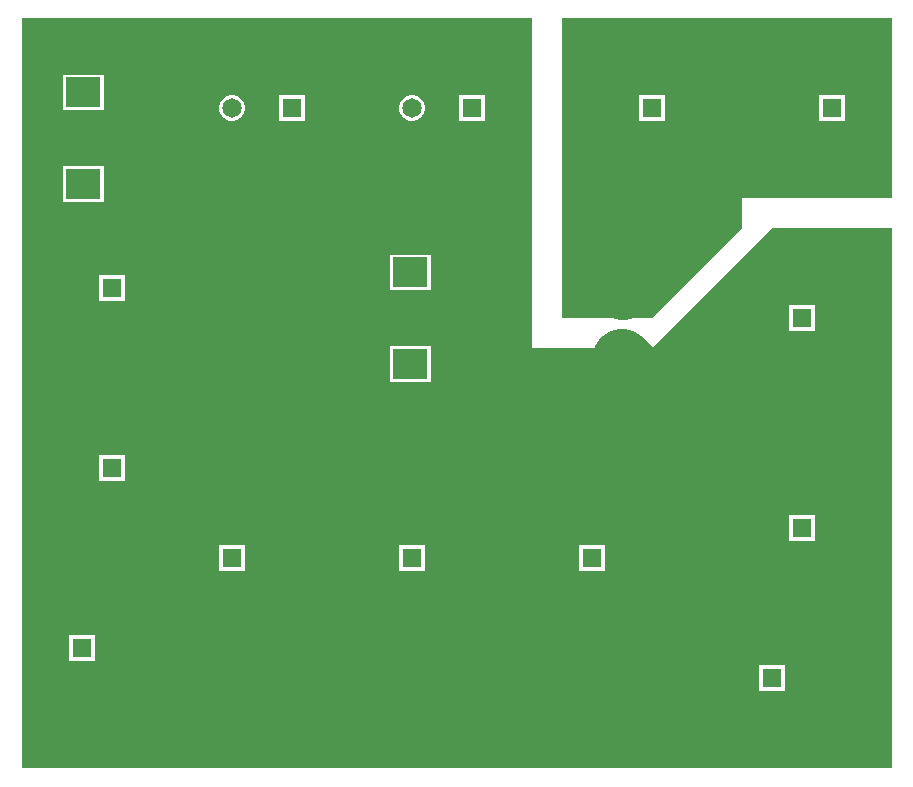
<source format=gbl>
G04*
G04 #@! TF.GenerationSoftware,Altium Limited,Altium Designer,24.3.1 (35)*
G04*
G04 Layer_Physical_Order=2*
G04 Layer_Color=16711680*
%FSLAX44Y44*%
%MOMM*%
G71*
G04*
G04 #@! TF.SameCoordinates,8F163816-7A31-40B1-8D5E-A3095961BFF6*
G04*
G04*
G04 #@! TF.FilePolarity,Positive*
G04*
G01*
G75*
%ADD22C,5.0800*%
%ADD24C,1.6500*%
%ADD25R,1.6500X1.6500*%
%ADD26R,1.6500X1.6500*%
%ADD27C,3.0000*%
%ADD28R,3.0000X3.0000*%
%ADD29R,3.0000X2.5000*%
%ADD30O,3.0000X2.5000*%
G36*
X1778000Y1117600D02*
X1651000D01*
Y1092200D01*
X1574800Y1016000D01*
X1498600D01*
Y1270000D01*
X1778000D01*
Y1117600D01*
D02*
G37*
G36*
X1473200Y990600D02*
X1574800D01*
X1676400Y1092200D01*
X1778000D01*
Y635000D01*
X1041400D01*
Y1270000D01*
X1473200D01*
Y990600D01*
D02*
G37*
%LPC*%
G36*
X1737990Y1204590D02*
X1716410D01*
Y1183010D01*
X1737990D01*
Y1204590D01*
D02*
G37*
G36*
X1585590D02*
X1564010D01*
Y1183010D01*
X1585590D01*
Y1204590D01*
D02*
G37*
G36*
X1111010Y1222175D02*
X1075930D01*
Y1192095D01*
X1111010D01*
Y1222175D01*
D02*
G37*
G36*
X1433190Y1204590D02*
X1411610D01*
Y1183010D01*
X1433190D01*
Y1204590D01*
D02*
G37*
G36*
X1373020D02*
X1370179D01*
X1367435Y1203855D01*
X1364975Y1202434D01*
X1362966Y1200425D01*
X1361545Y1197965D01*
X1360810Y1195220D01*
Y1192380D01*
X1361545Y1189635D01*
X1362966Y1187175D01*
X1364975Y1185166D01*
X1367435Y1183745D01*
X1370179Y1183010D01*
X1373020D01*
X1375765Y1183745D01*
X1378225Y1185166D01*
X1380234Y1187175D01*
X1381655Y1189635D01*
X1382390Y1192380D01*
Y1195220D01*
X1381655Y1197965D01*
X1380234Y1200425D01*
X1378225Y1202434D01*
X1375765Y1203855D01*
X1373020Y1204590D01*
D02*
G37*
G36*
X1280790D02*
X1259210D01*
Y1183010D01*
X1280790D01*
Y1204590D01*
D02*
G37*
G36*
X1220620D02*
X1217779D01*
X1215035Y1203855D01*
X1212575Y1202434D01*
X1210566Y1200425D01*
X1209145Y1197965D01*
X1208410Y1195220D01*
Y1192380D01*
X1209145Y1189635D01*
X1210566Y1187175D01*
X1212575Y1185166D01*
X1215035Y1183745D01*
X1217779Y1183010D01*
X1220620D01*
X1223365Y1183745D01*
X1225825Y1185166D01*
X1227834Y1187175D01*
X1229255Y1189635D01*
X1229990Y1192380D01*
Y1195220D01*
X1229255Y1197965D01*
X1227834Y1200425D01*
X1225825Y1202434D01*
X1223365Y1203855D01*
X1220620Y1204590D01*
D02*
G37*
G36*
X1111010Y1144705D02*
X1075930D01*
Y1114625D01*
X1111010D01*
Y1144705D01*
D02*
G37*
G36*
X1387870Y1069775D02*
X1352790D01*
Y1039695D01*
X1387870D01*
Y1069775D01*
D02*
G37*
G36*
X1128390Y1052190D02*
X1106810D01*
Y1030610D01*
X1128390D01*
Y1052190D01*
D02*
G37*
G36*
X1712590Y1026790D02*
X1691010D01*
Y1005210D01*
X1712590D01*
Y1026790D01*
D02*
G37*
G36*
X1387870Y992305D02*
X1352790D01*
Y962225D01*
X1387870D01*
Y992305D01*
D02*
G37*
G36*
X1128390Y899790D02*
X1106810D01*
Y878210D01*
X1128390D01*
Y899790D01*
D02*
G37*
G36*
X1712590Y848990D02*
X1691010D01*
Y827410D01*
X1712590D01*
Y848990D01*
D02*
G37*
G36*
X1534790Y823590D02*
X1513210D01*
Y802010D01*
X1534790D01*
Y823590D01*
D02*
G37*
G36*
X1382390D02*
X1360810D01*
Y802010D01*
X1382390D01*
Y823590D01*
D02*
G37*
G36*
X1229990D02*
X1208410D01*
Y802010D01*
X1229990D01*
Y823590D01*
D02*
G37*
G36*
X1102990Y747390D02*
X1081410D01*
Y725810D01*
X1102990D01*
Y747390D01*
D02*
G37*
G36*
X1687190Y721990D02*
X1665610D01*
Y700410D01*
X1687190D01*
Y721990D01*
D02*
G37*
%LPD*%
D22*
X1574800Y791758D02*
Y812800D01*
X1556004Y963168D02*
X1574800Y944372D01*
X1549400Y981710D02*
X1556004Y975106D01*
Y963168D02*
Y975106D01*
X1574800Y812800D02*
Y944372D01*
X1621028Y990600D01*
X1651000D01*
Y1022350D01*
X1695450Y1066800D02*
X1701800D01*
X1651000Y1022350D02*
X1695450Y1066800D01*
X1550035Y1040130D02*
X1625600Y1115695D01*
Y1244600D01*
X1559921Y776879D02*
X1574800D01*
X1651000Y939800D02*
Y990600D01*
Y939800D02*
X1701800Y889000D01*
X1651000Y859242D02*
X1680758Y889000D01*
X1651000Y812800D02*
Y859242D01*
X1680758Y889000D02*
X1701800D01*
X1651000Y812800D02*
X1727200Y736600D01*
X1545042Y762000D02*
X1559921Y776879D01*
X1727200Y711200D02*
Y736600D01*
X1473200Y762000D02*
X1545042D01*
X1422400Y812800D02*
X1473200Y762000D01*
X1422400Y812800D02*
Y833842D01*
X1392642Y863600D02*
X1422400Y833842D01*
X1320800Y863600D02*
X1392642D01*
X1270000Y812800D02*
X1320800Y863600D01*
Y1054100D02*
X1322070Y1055370D01*
X1320800Y976630D02*
Y1054100D01*
X1270000Y812800D02*
Y925830D01*
X1320800Y976630D01*
X1219200Y736600D02*
X1270000Y787400D01*
Y812800D01*
X1143000Y736600D02*
X1219200D01*
X1143000D02*
Y787400D01*
X1117600Y812800D02*
Y838200D01*
Y812800D02*
X1143000Y787400D01*
X1092200Y838200D02*
X1117600D01*
X1066800Y863600D02*
X1092200Y838200D01*
X1066800Y863600D02*
Y939800D01*
X1117600Y990600D01*
X1138642D01*
X1168400Y1020358D01*
Y1102360D01*
X1141730Y1129030D02*
X1168400Y1102360D01*
X1141730Y1129030D02*
X1143000Y1130300D01*
Y1207770D01*
X1625600Y1244600D02*
X1651000D01*
X1549400D02*
X1625600D01*
X1651000D02*
X1676400Y1219200D01*
Y1193800D02*
Y1219200D01*
X1524000Y1193800D02*
Y1219200D01*
X1549400Y1244600D01*
D24*
X1371600Y1193800D02*
D03*
X1219200D02*
D03*
X1524000D02*
D03*
X1676400D02*
D03*
X1117600Y990600D02*
D03*
Y838200D02*
D03*
X1270000Y812800D02*
D03*
X1422400D02*
D03*
X1143000Y736600D02*
D03*
X1574800Y812800D02*
D03*
X1727200Y711200D02*
D03*
X1701800Y889000D02*
D03*
Y1066800D02*
D03*
D25*
X1422400Y1193800D02*
D03*
X1270000D02*
D03*
X1574800D02*
D03*
X1727200D02*
D03*
X1219200Y812800D02*
D03*
X1371600D02*
D03*
X1092200Y736600D02*
D03*
X1524000Y812800D02*
D03*
X1676400Y711200D02*
D03*
D26*
X1117600Y1041400D02*
D03*
Y889000D02*
D03*
X1701800Y838200D02*
D03*
Y1016000D02*
D03*
D27*
X1550035Y1040130D02*
D03*
D28*
X1549400Y981710D02*
D03*
D29*
X1093470Y1207135D02*
D03*
Y1129665D02*
D03*
X1370330Y977265D02*
D03*
Y1054735D02*
D03*
D30*
X1143000Y1207770D02*
D03*
X1141730Y1129030D02*
D03*
X1320800Y976630D02*
D03*
X1322070Y1055370D02*
D03*
M02*

</source>
